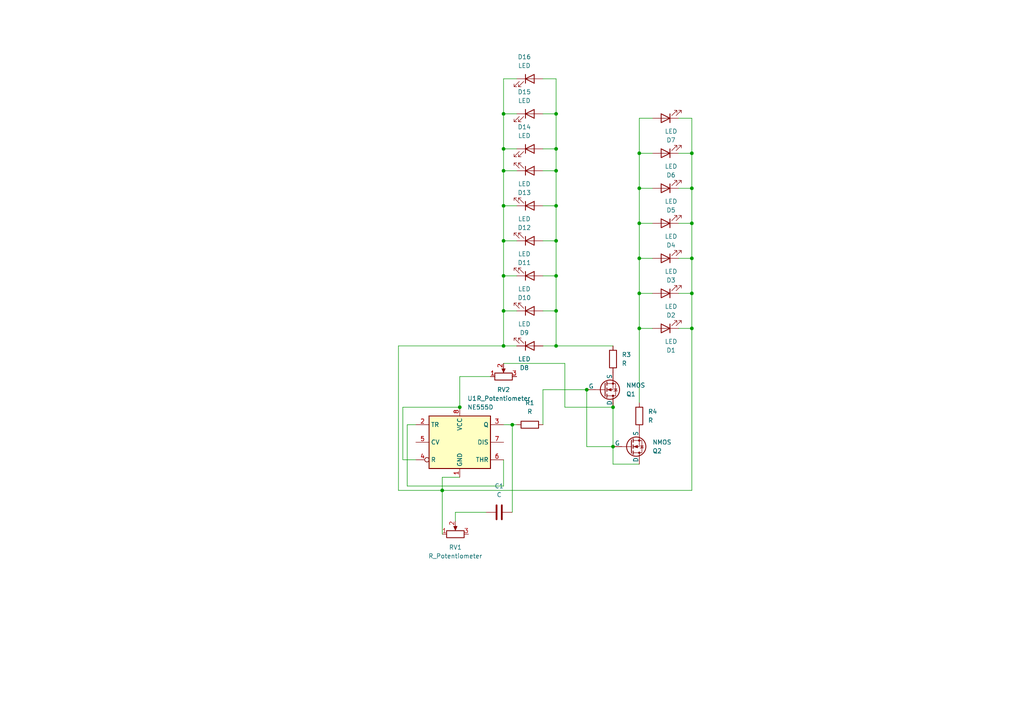
<source format=kicad_sch>
(kicad_sch (version 20230121) (generator eeschema)

  (uuid 7df09dd3-770b-4fea-902e-734988709198)

  (paper "A4")

  (lib_symbols
    (symbol "Device:C" (pin_numbers hide) (pin_names (offset 0.254)) (in_bom yes) (on_board yes)
      (property "Reference" "C" (at 0.635 2.54 0)
        (effects (font (size 1.27 1.27)) (justify left))
      )
      (property "Value" "C" (at 0.635 -2.54 0)
        (effects (font (size 1.27 1.27)) (justify left))
      )
      (property "Footprint" "" (at 0.9652 -3.81 0)
        (effects (font (size 1.27 1.27)) hide)
      )
      (property "Datasheet" "~" (at 0 0 0)
        (effects (font (size 1.27 1.27)) hide)
      )
      (property "ki_keywords" "cap capacitor" (at 0 0 0)
        (effects (font (size 1.27 1.27)) hide)
      )
      (property "ki_description" "Unpolarized capacitor" (at 0 0 0)
        (effects (font (size 1.27 1.27)) hide)
      )
      (property "ki_fp_filters" "C_*" (at 0 0 0)
        (effects (font (size 1.27 1.27)) hide)
      )
      (symbol "C_0_1"
        (polyline
          (pts
            (xy -2.032 -0.762)
            (xy 2.032 -0.762)
          )
          (stroke (width 0.508) (type default))
          (fill (type none))
        )
        (polyline
          (pts
            (xy -2.032 0.762)
            (xy 2.032 0.762)
          )
          (stroke (width 0.508) (type default))
          (fill (type none))
        )
      )
      (symbol "C_1_1"
        (pin passive line (at 0 3.81 270) (length 2.794)
          (name "~" (effects (font (size 1.27 1.27))))
          (number "1" (effects (font (size 1.27 1.27))))
        )
        (pin passive line (at 0 -3.81 90) (length 2.794)
          (name "~" (effects (font (size 1.27 1.27))))
          (number "2" (effects (font (size 1.27 1.27))))
        )
      )
    )
    (symbol "Device:LED" (pin_numbers hide) (pin_names (offset 1.016) hide) (in_bom yes) (on_board yes)
      (property "Reference" "D" (at 0 2.54 0)
        (effects (font (size 1.27 1.27)))
      )
      (property "Value" "LED" (at 0 -2.54 0)
        (effects (font (size 1.27 1.27)))
      )
      (property "Footprint" "" (at 0 0 0)
        (effects (font (size 1.27 1.27)) hide)
      )
      (property "Datasheet" "~" (at 0 0 0)
        (effects (font (size 1.27 1.27)) hide)
      )
      (property "ki_keywords" "LED diode" (at 0 0 0)
        (effects (font (size 1.27 1.27)) hide)
      )
      (property "ki_description" "Light emitting diode" (at 0 0 0)
        (effects (font (size 1.27 1.27)) hide)
      )
      (property "ki_fp_filters" "LED* LED_SMD:* LED_THT:*" (at 0 0 0)
        (effects (font (size 1.27 1.27)) hide)
      )
      (symbol "LED_0_1"
        (polyline
          (pts
            (xy -1.27 -1.27)
            (xy -1.27 1.27)
          )
          (stroke (width 0.254) (type default))
          (fill (type none))
        )
        (polyline
          (pts
            (xy -1.27 0)
            (xy 1.27 0)
          )
          (stroke (width 0) (type default))
          (fill (type none))
        )
        (polyline
          (pts
            (xy 1.27 -1.27)
            (xy 1.27 1.27)
            (xy -1.27 0)
            (xy 1.27 -1.27)
          )
          (stroke (width 0.254) (type default))
          (fill (type none))
        )
        (polyline
          (pts
            (xy -3.048 -0.762)
            (xy -4.572 -2.286)
            (xy -3.81 -2.286)
            (xy -4.572 -2.286)
            (xy -4.572 -1.524)
          )
          (stroke (width 0) (type default))
          (fill (type none))
        )
        (polyline
          (pts
            (xy -1.778 -0.762)
            (xy -3.302 -2.286)
            (xy -2.54 -2.286)
            (xy -3.302 -2.286)
            (xy -3.302 -1.524)
          )
          (stroke (width 0) (type default))
          (fill (type none))
        )
      )
      (symbol "LED_1_1"
        (pin passive line (at -3.81 0 0) (length 2.54)
          (name "K" (effects (font (size 1.27 1.27))))
          (number "1" (effects (font (size 1.27 1.27))))
        )
        (pin passive line (at 3.81 0 180) (length 2.54)
          (name "A" (effects (font (size 1.27 1.27))))
          (number "2" (effects (font (size 1.27 1.27))))
        )
      )
    )
    (symbol "Device:R" (pin_numbers hide) (pin_names (offset 0)) (in_bom yes) (on_board yes)
      (property "Reference" "R" (at 2.032 0 90)
        (effects (font (size 1.27 1.27)))
      )
      (property "Value" "R" (at 0 0 90)
        (effects (font (size 1.27 1.27)))
      )
      (property "Footprint" "" (at -1.778 0 90)
        (effects (font (size 1.27 1.27)) hide)
      )
      (property "Datasheet" "~" (at 0 0 0)
        (effects (font (size 1.27 1.27)) hide)
      )
      (property "ki_keywords" "R res resistor" (at 0 0 0)
        (effects (font (size 1.27 1.27)) hide)
      )
      (property "ki_description" "Resistor" (at 0 0 0)
        (effects (font (size 1.27 1.27)) hide)
      )
      (property "ki_fp_filters" "R_*" (at 0 0 0)
        (effects (font (size 1.27 1.27)) hide)
      )
      (symbol "R_0_1"
        (rectangle (start -1.016 -2.54) (end 1.016 2.54)
          (stroke (width 0.254) (type default))
          (fill (type none))
        )
      )
      (symbol "R_1_1"
        (pin passive line (at 0 3.81 270) (length 1.27)
          (name "~" (effects (font (size 1.27 1.27))))
          (number "1" (effects (font (size 1.27 1.27))))
        )
        (pin passive line (at 0 -3.81 90) (length 1.27)
          (name "~" (effects (font (size 1.27 1.27))))
          (number "2" (effects (font (size 1.27 1.27))))
        )
      )
    )
    (symbol "Device:R_Potentiometer" (pin_names (offset 1.016) hide) (in_bom yes) (on_board yes)
      (property "Reference" "RV" (at -4.445 0 90)
        (effects (font (size 1.27 1.27)))
      )
      (property "Value" "R_Potentiometer" (at -2.54 0 90)
        (effects (font (size 1.27 1.27)))
      )
      (property "Footprint" "" (at 0 0 0)
        (effects (font (size 1.27 1.27)) hide)
      )
      (property "Datasheet" "~" (at 0 0 0)
        (effects (font (size 1.27 1.27)) hide)
      )
      (property "ki_keywords" "resistor variable" (at 0 0 0)
        (effects (font (size 1.27 1.27)) hide)
      )
      (property "ki_description" "Potentiometer" (at 0 0 0)
        (effects (font (size 1.27 1.27)) hide)
      )
      (property "ki_fp_filters" "Potentiometer*" (at 0 0 0)
        (effects (font (size 1.27 1.27)) hide)
      )
      (symbol "R_Potentiometer_0_1"
        (polyline
          (pts
            (xy 2.54 0)
            (xy 1.524 0)
          )
          (stroke (width 0) (type default))
          (fill (type none))
        )
        (polyline
          (pts
            (xy 1.143 0)
            (xy 2.286 0.508)
            (xy 2.286 -0.508)
            (xy 1.143 0)
          )
          (stroke (width 0) (type default))
          (fill (type outline))
        )
        (rectangle (start 1.016 2.54) (end -1.016 -2.54)
          (stroke (width 0.254) (type default))
          (fill (type none))
        )
      )
      (symbol "R_Potentiometer_1_1"
        (pin passive line (at 0 3.81 270) (length 1.27)
          (name "1" (effects (font (size 1.27 1.27))))
          (number "1" (effects (font (size 1.27 1.27))))
        )
        (pin passive line (at 3.81 0 180) (length 1.27)
          (name "2" (effects (font (size 1.27 1.27))))
          (number "2" (effects (font (size 1.27 1.27))))
        )
        (pin passive line (at 0 -3.81 90) (length 1.27)
          (name "3" (effects (font (size 1.27 1.27))))
          (number "3" (effects (font (size 1.27 1.27))))
        )
      )
    )
    (symbol "Simulation_SPICE:NMOS" (pin_numbers hide) (pin_names (offset 0)) (in_bom yes) (on_board yes)
      (property "Reference" "Q" (at 5.08 1.27 0)
        (effects (font (size 1.27 1.27)) (justify left))
      )
      (property "Value" "NMOS" (at 5.08 -1.27 0)
        (effects (font (size 1.27 1.27)) (justify left))
      )
      (property "Footprint" "" (at 5.08 2.54 0)
        (effects (font (size 1.27 1.27)) hide)
      )
      (property "Datasheet" "https://ngspice.sourceforge.io/docs/ngspice-manual.pdf" (at 0 -12.7 0)
        (effects (font (size 1.27 1.27)) hide)
      )
      (property "Sim.Device" "NMOS" (at 0 -17.145 0)
        (effects (font (size 1.27 1.27)) hide)
      )
      (property "Sim.Type" "VDMOS" (at 0 -19.05 0)
        (effects (font (size 1.27 1.27)) hide)
      )
      (property "Sim.Pins" "1=D 2=G 3=S" (at 0 -15.24 0)
        (effects (font (size 1.27 1.27)) hide)
      )
      (property "ki_keywords" "transistor NMOS N-MOS N-MOSFET simulation" (at 0 0 0)
        (effects (font (size 1.27 1.27)) hide)
      )
      (property "ki_description" "N-MOSFET transistor, drain/source/gate" (at 0 0 0)
        (effects (font (size 1.27 1.27)) hide)
      )
      (symbol "NMOS_0_1"
        (polyline
          (pts
            (xy 0.254 0)
            (xy -2.54 0)
          )
          (stroke (width 0) (type default))
          (fill (type none))
        )
        (polyline
          (pts
            (xy 0.254 1.905)
            (xy 0.254 -1.905)
          )
          (stroke (width 0.254) (type default))
          (fill (type none))
        )
        (polyline
          (pts
            (xy 0.762 -1.27)
            (xy 0.762 -2.286)
          )
          (stroke (width 0.254) (type default))
          (fill (type none))
        )
        (polyline
          (pts
            (xy 0.762 0.508)
            (xy 0.762 -0.508)
          )
          (stroke (width 0.254) (type default))
          (fill (type none))
        )
        (polyline
          (pts
            (xy 0.762 2.286)
            (xy 0.762 1.27)
          )
          (stroke (width 0.254) (type default))
          (fill (type none))
        )
        (polyline
          (pts
            (xy 2.54 2.54)
            (xy 2.54 1.778)
          )
          (stroke (width 0) (type default))
          (fill (type none))
        )
        (polyline
          (pts
            (xy 2.54 -2.54)
            (xy 2.54 0)
            (xy 0.762 0)
          )
          (stroke (width 0) (type default))
          (fill (type none))
        )
        (polyline
          (pts
            (xy 0.762 -1.778)
            (xy 3.302 -1.778)
            (xy 3.302 1.778)
            (xy 0.762 1.778)
          )
          (stroke (width 0) (type default))
          (fill (type none))
        )
        (polyline
          (pts
            (xy 1.016 0)
            (xy 2.032 0.381)
            (xy 2.032 -0.381)
            (xy 1.016 0)
          )
          (stroke (width 0) (type default))
          (fill (type outline))
        )
        (polyline
          (pts
            (xy 2.794 0.508)
            (xy 2.921 0.381)
            (xy 3.683 0.381)
            (xy 3.81 0.254)
          )
          (stroke (width 0) (type default))
          (fill (type none))
        )
        (polyline
          (pts
            (xy 3.302 0.381)
            (xy 2.921 -0.254)
            (xy 3.683 -0.254)
            (xy 3.302 0.381)
          )
          (stroke (width 0) (type default))
          (fill (type none))
        )
        (circle (center 1.651 0) (radius 2.794)
          (stroke (width 0.254) (type default))
          (fill (type none))
        )
        (circle (center 2.54 -1.778) (radius 0.254)
          (stroke (width 0) (type default))
          (fill (type outline))
        )
        (circle (center 2.54 1.778) (radius 0.254)
          (stroke (width 0) (type default))
          (fill (type outline))
        )
      )
      (symbol "NMOS_1_1"
        (pin passive line (at 2.54 5.08 270) (length 2.54)
          (name "D" (effects (font (size 1.27 1.27))))
          (number "1" (effects (font (size 1.27 1.27))))
        )
        (pin input line (at -5.08 0 0) (length 2.54)
          (name "G" (effects (font (size 1.27 1.27))))
          (number "2" (effects (font (size 1.27 1.27))))
        )
        (pin passive line (at 2.54 -5.08 90) (length 2.54)
          (name "S" (effects (font (size 1.27 1.27))))
          (number "3" (effects (font (size 1.27 1.27))))
        )
      )
    )
    (symbol "Timer:NE555D" (in_bom yes) (on_board yes)
      (property "Reference" "U" (at -10.16 8.89 0)
        (effects (font (size 1.27 1.27)) (justify left))
      )
      (property "Value" "NE555D" (at 2.54 8.89 0)
        (effects (font (size 1.27 1.27)) (justify left))
      )
      (property "Footprint" "Package_SO:SOIC-8_3.9x4.9mm_P1.27mm" (at 21.59 -10.16 0)
        (effects (font (size 1.27 1.27)) hide)
      )
      (property "Datasheet" "http://www.ti.com/lit/ds/symlink/ne555.pdf" (at 21.59 -10.16 0)
        (effects (font (size 1.27 1.27)) hide)
      )
      (property "ki_keywords" "single timer 555" (at 0 0 0)
        (effects (font (size 1.27 1.27)) hide)
      )
      (property "ki_description" "Precision Timers, 555 compatible, SOIC-8" (at 0 0 0)
        (effects (font (size 1.27 1.27)) hide)
      )
      (property "ki_fp_filters" "SOIC*3.9x4.9mm*P1.27mm*" (at 0 0 0)
        (effects (font (size 1.27 1.27)) hide)
      )
      (symbol "NE555D_0_0"
        (pin power_in line (at 0 -10.16 90) (length 2.54)
          (name "GND" (effects (font (size 1.27 1.27))))
          (number "1" (effects (font (size 1.27 1.27))))
        )
        (pin power_in line (at 0 10.16 270) (length 2.54)
          (name "VCC" (effects (font (size 1.27 1.27))))
          (number "8" (effects (font (size 1.27 1.27))))
        )
      )
      (symbol "NE555D_0_1"
        (rectangle (start -8.89 -7.62) (end 8.89 7.62)
          (stroke (width 0.254) (type default))
          (fill (type background))
        )
        (rectangle (start -8.89 -7.62) (end 8.89 7.62)
          (stroke (width 0.254) (type default))
          (fill (type background))
        )
      )
      (symbol "NE555D_1_1"
        (pin input line (at -12.7 5.08 0) (length 3.81)
          (name "TR" (effects (font (size 1.27 1.27))))
          (number "2" (effects (font (size 1.27 1.27))))
        )
        (pin output line (at 12.7 5.08 180) (length 3.81)
          (name "Q" (effects (font (size 1.27 1.27))))
          (number "3" (effects (font (size 1.27 1.27))))
        )
        (pin input inverted (at -12.7 -5.08 0) (length 3.81)
          (name "R" (effects (font (size 1.27 1.27))))
          (number "4" (effects (font (size 1.27 1.27))))
        )
        (pin input line (at -12.7 0 0) (length 3.81)
          (name "CV" (effects (font (size 1.27 1.27))))
          (number "5" (effects (font (size 1.27 1.27))))
        )
        (pin input line (at 12.7 -5.08 180) (length 3.81)
          (name "THR" (effects (font (size 1.27 1.27))))
          (number "6" (effects (font (size 1.27 1.27))))
        )
        (pin input line (at 12.7 0 180) (length 3.81)
          (name "DIS" (effects (font (size 1.27 1.27))))
          (number "7" (effects (font (size 1.27 1.27))))
        )
      )
    )
  )

  (junction (at 200.66 74.93) (diameter 0) (color 0 0 0 0)
    (uuid 08d6e438-0550-417b-8f20-25c0006cec94)
  )
  (junction (at 161.29 49.53) (diameter 0) (color 0 0 0 0)
    (uuid 16923c5f-24a6-4960-8bd7-5460e10d3a3f)
  )
  (junction (at 200.66 95.25) (diameter 0) (color 0 0 0 0)
    (uuid 20d5d8eb-fbdb-4d72-bb2c-49278453b228)
  )
  (junction (at 170.18 113.03) (diameter 0) (color 0 0 0 0)
    (uuid 3a1ad5af-39a2-4cf3-8be2-2b9899f26aa5)
  )
  (junction (at 161.29 59.69) (diameter 0) (color 0 0 0 0)
    (uuid 3b061ad3-1cfc-45a0-a846-c90740a73c3f)
  )
  (junction (at 146.05 100.33) (diameter 0) (color 0 0 0 0)
    (uuid 3d2b1a4d-3363-4eed-92d2-04f32bf5ae5d)
  )
  (junction (at 146.05 33.02) (diameter 0) (color 0 0 0 0)
    (uuid 4a3c654c-4874-47ee-930b-9ecba300881b)
  )
  (junction (at 185.42 74.93) (diameter 0) (color 0 0 0 0)
    (uuid 52f08a26-2d82-4cf3-9623-7384bbd58a3b)
  )
  (junction (at 185.42 44.45) (diameter 0) (color 0 0 0 0)
    (uuid 6a1cd00c-adb7-4be3-954b-2130c1cb0f91)
  )
  (junction (at 128.27 142.24) (diameter 0) (color 0 0 0 0)
    (uuid 6f328a65-b53c-4a90-967d-47cea6e84b6c)
  )
  (junction (at 161.29 100.33) (diameter 0) (color 0 0 0 0)
    (uuid 73acc05b-6e09-403b-bb0e-73d3b90a0a22)
  )
  (junction (at 146.05 90.17) (diameter 0) (color 0 0 0 0)
    (uuid 744bd585-0b92-43a4-b342-ca3699ac25b8)
  )
  (junction (at 185.42 54.61) (diameter 0) (color 0 0 0 0)
    (uuid 76b27ae6-4216-4e45-908a-1a7189e501c2)
  )
  (junction (at 148.59 123.19) (diameter 0) (color 0 0 0 0)
    (uuid 7aef9b6e-75db-4554-9b82-f7395ba715f0)
  )
  (junction (at 161.29 90.17) (diameter 0) (color 0 0 0 0)
    (uuid 7bb741be-59eb-46d2-88ea-31ae3f102da2)
  )
  (junction (at 133.35 118.11) (diameter 0) (color 0 0 0 0)
    (uuid 88021dba-9ea7-4f1a-9431-40a06805956d)
  )
  (junction (at 185.42 95.25) (diameter 0) (color 0 0 0 0)
    (uuid 92360c2f-c2d9-44a5-8b92-8b6df380e516)
  )
  (junction (at 185.42 85.09) (diameter 0) (color 0 0 0 0)
    (uuid 9a8c32d8-e0a4-48c5-a940-33c70cc0ea7b)
  )
  (junction (at 146.05 49.53) (diameter 0) (color 0 0 0 0)
    (uuid a83648b0-a48c-4534-87b7-b55d3a7006bf)
  )
  (junction (at 200.66 85.09) (diameter 0) (color 0 0 0 0)
    (uuid ad4b3c38-1064-4d27-9e59-dc7459ddc473)
  )
  (junction (at 161.29 80.01) (diameter 0) (color 0 0 0 0)
    (uuid b46db020-e859-4da1-9a14-d31fb5f9cc77)
  )
  (junction (at 146.05 69.85) (diameter 0) (color 0 0 0 0)
    (uuid c2400bc8-1b5d-4bca-aae4-05150abd68b1)
  )
  (junction (at 161.29 33.02) (diameter 0) (color 0 0 0 0)
    (uuid c36ea740-3de3-4b05-9b19-8c20419909e2)
  )
  (junction (at 146.05 59.69) (diameter 0) (color 0 0 0 0)
    (uuid c7d8aa12-e439-4834-b9d7-2957c1f71cb2)
  )
  (junction (at 200.66 44.45) (diameter 0) (color 0 0 0 0)
    (uuid c80ca23e-1ee7-4f77-aed3-44ce11175e1d)
  )
  (junction (at 200.66 54.61) (diameter 0) (color 0 0 0 0)
    (uuid c88b834f-10a2-4858-86af-2eab7cce2ecd)
  )
  (junction (at 177.8 129.54) (diameter 0) (color 0 0 0 0)
    (uuid ccc52405-65a1-41ff-9bf2-4525815841c3)
  )
  (junction (at 161.29 43.18) (diameter 0) (color 0 0 0 0)
    (uuid da022b7e-42f8-4060-9972-135ea2345d12)
  )
  (junction (at 177.8 118.11) (diameter 0) (color 0 0 0 0)
    (uuid e451777a-4f4a-435f-813e-992593b63d89)
  )
  (junction (at 185.42 64.77) (diameter 0) (color 0 0 0 0)
    (uuid e934142c-08ce-4f46-a918-68dfd2274645)
  )
  (junction (at 146.05 80.01) (diameter 0) (color 0 0 0 0)
    (uuid e9d86b9d-478d-471b-ab38-06b29db16c9f)
  )
  (junction (at 146.05 43.18) (diameter 0) (color 0 0 0 0)
    (uuid ee92c04d-de51-4136-a323-1ae0f6030f6e)
  )
  (junction (at 200.66 64.77) (diameter 0) (color 0 0 0 0)
    (uuid f177f062-9aba-4435-8aa5-557d5847f46c)
  )
  (junction (at 161.29 69.85) (diameter 0) (color 0 0 0 0)
    (uuid f287df2a-040a-4dbe-80b5-c3eb7c143719)
  )

  (wire (pts (xy 189.23 95.25) (xy 185.42 95.25))
    (stroke (width 0) (type default))
    (uuid 0110ca7c-231a-40ba-b4e2-aa61903ac8e6)
  )
  (wire (pts (xy 200.66 85.09) (xy 196.85 85.09))
    (stroke (width 0) (type default))
    (uuid 04cfc4ec-2422-495f-a2e9-5ca1d6fb796c)
  )
  (wire (pts (xy 146.05 59.69) (xy 146.05 49.53))
    (stroke (width 0) (type default))
    (uuid 0753d7e1-7699-40e7-be5b-c5e131fedad2)
  )
  (wire (pts (xy 115.57 142.24) (xy 128.27 142.24))
    (stroke (width 0) (type default))
    (uuid 084c1f66-382d-4e0b-a236-6423992b8f1e)
  )
  (wire (pts (xy 146.05 43.18) (xy 149.86 43.18))
    (stroke (width 0) (type default))
    (uuid 0bacfb68-a319-4a66-b4fb-499f7d8b603a)
  )
  (wire (pts (xy 146.05 80.01) (xy 146.05 90.17))
    (stroke (width 0) (type default))
    (uuid 0ddfd78d-ebb7-43af-9df8-3843f4747916)
  )
  (wire (pts (xy 161.29 43.18) (xy 157.48 43.18))
    (stroke (width 0) (type default))
    (uuid 0ef983eb-276d-43b1-9fbb-1b624dae17fd)
  )
  (wire (pts (xy 200.66 64.77) (xy 200.66 54.61))
    (stroke (width 0) (type default))
    (uuid 11fa62be-e89c-42bb-932f-73deb6fb8019)
  )
  (wire (pts (xy 146.05 80.01) (xy 146.05 69.85))
    (stroke (width 0) (type default))
    (uuid 172915b8-6f98-43ab-828f-d3c5288ec1fb)
  )
  (wire (pts (xy 161.29 49.53) (xy 157.48 49.53))
    (stroke (width 0) (type default))
    (uuid 175fa580-860d-4691-8d85-67893466842d)
  )
  (wire (pts (xy 200.66 54.61) (xy 200.66 44.45))
    (stroke (width 0) (type default))
    (uuid 18c6ce5c-99fd-431b-a951-1b6c9c6abdc9)
  )
  (wire (pts (xy 161.29 80.01) (xy 161.29 69.85))
    (stroke (width 0) (type default))
    (uuid 1c9d5132-c1a9-46da-be53-27b00b04e085)
  )
  (wire (pts (xy 146.05 133.35) (xy 146.05 140.97))
    (stroke (width 0) (type default))
    (uuid 1d8a4da9-2fb7-4b6a-beb5-88f05f5ecb86)
  )
  (wire (pts (xy 200.66 74.93) (xy 196.85 74.93))
    (stroke (width 0) (type default))
    (uuid 1de99781-882f-4f90-81ff-c4edbee254db)
  )
  (wire (pts (xy 163.83 118.11) (xy 177.8 118.11))
    (stroke (width 0) (type default))
    (uuid 1f192421-bead-4e46-afac-eb328cdc7a08)
  )
  (wire (pts (xy 200.66 95.25) (xy 200.66 142.24))
    (stroke (width 0) (type default))
    (uuid 21fbd086-18c4-47d8-aabb-c0e91e00b3dd)
  )
  (wire (pts (xy 157.48 100.33) (xy 161.29 100.33))
    (stroke (width 0) (type default))
    (uuid 23bf8e48-f6d9-47e2-91b2-82b009601d02)
  )
  (wire (pts (xy 185.42 134.62) (xy 177.8 134.62))
    (stroke (width 0) (type default))
    (uuid 2464d032-2304-4e10-9049-5e8bde42519d)
  )
  (wire (pts (xy 185.42 74.93) (xy 189.23 74.93))
    (stroke (width 0) (type default))
    (uuid 25f7245b-0def-4976-af47-0743c851d374)
  )
  (wire (pts (xy 146.05 100.33) (xy 149.86 100.33))
    (stroke (width 0) (type default))
    (uuid 26f1e06b-b105-4b28-9ac6-10c508d7b67f)
  )
  (wire (pts (xy 128.27 154.94) (xy 128.27 142.24))
    (stroke (width 0) (type default))
    (uuid 27df6004-d4e5-4d86-b4d8-9bca34f7e83e)
  )
  (wire (pts (xy 200.66 54.61) (xy 196.85 54.61))
    (stroke (width 0) (type default))
    (uuid 2a250b70-5c67-4c9b-ba4d-188fc68031cc)
  )
  (wire (pts (xy 200.66 142.24) (xy 128.27 142.24))
    (stroke (width 0) (type default))
    (uuid 2b122829-344b-4633-8f52-56c06da9bd2b)
  )
  (wire (pts (xy 157.48 59.69) (xy 161.29 59.69))
    (stroke (width 0) (type default))
    (uuid 2f9783bc-0091-4d47-a7f9-278632c851e3)
  )
  (wire (pts (xy 128.27 138.43) (xy 133.35 138.43))
    (stroke (width 0) (type default))
    (uuid 38bd849c-566c-4bfd-9d66-a1a3bbf1b763)
  )
  (wire (pts (xy 146.05 90.17) (xy 146.05 100.33))
    (stroke (width 0) (type default))
    (uuid 444946cf-7315-402d-beee-a117d9ef5735)
  )
  (wire (pts (xy 146.05 22.86) (xy 146.05 33.02))
    (stroke (width 0) (type default))
    (uuid 45934d97-4fdf-4e5e-b1d7-87a1196c87fb)
  )
  (wire (pts (xy 146.05 69.85) (xy 149.86 69.85))
    (stroke (width 0) (type default))
    (uuid 47ea088b-9188-4ffd-934c-4572d45cb81f)
  )
  (wire (pts (xy 146.05 33.02) (xy 146.05 43.18))
    (stroke (width 0) (type default))
    (uuid 48f967a2-61c4-451e-8a32-206a96122315)
  )
  (wire (pts (xy 189.23 54.61) (xy 185.42 54.61))
    (stroke (width 0) (type default))
    (uuid 5078e1ef-ffee-4d27-a30a-3007707eb6f0)
  )
  (wire (pts (xy 146.05 123.19) (xy 148.59 123.19))
    (stroke (width 0) (type default))
    (uuid 55e15a0a-f501-4ed6-b73d-8849f16756d9)
  )
  (wire (pts (xy 161.29 43.18) (xy 161.29 49.53))
    (stroke (width 0) (type default))
    (uuid 5a3a9375-691f-44e7-af4f-bd4478cd7591)
  )
  (wire (pts (xy 115.57 100.33) (xy 115.57 142.24))
    (stroke (width 0) (type default))
    (uuid 5eaaad64-39f5-41af-9c0d-d0d139cb8497)
  )
  (wire (pts (xy 116.84 118.11) (xy 133.35 118.11))
    (stroke (width 0) (type default))
    (uuid 5f4227e0-13af-4cbc-bd24-852ecc556748)
  )
  (wire (pts (xy 128.27 142.24) (xy 128.27 138.43))
    (stroke (width 0) (type default))
    (uuid 639a2db9-bcbc-464a-8da4-c1e5214da544)
  )
  (wire (pts (xy 189.23 85.09) (xy 185.42 85.09))
    (stroke (width 0) (type default))
    (uuid 64beec83-957e-4468-8063-eaf3a9179a35)
  )
  (wire (pts (xy 142.24 109.22) (xy 133.35 109.22))
    (stroke (width 0) (type default))
    (uuid 7685e361-7fe7-4ab7-a21e-ac7beb9e9a13)
  )
  (wire (pts (xy 118.11 140.97) (xy 118.11 123.19))
    (stroke (width 0) (type default))
    (uuid 76dc1eaa-d7c7-401e-8037-bcbaae5bb2f5)
  )
  (wire (pts (xy 200.66 34.29) (xy 200.66 44.45))
    (stroke (width 0) (type default))
    (uuid 78b5f922-8312-4e17-a191-e80c2bac27c5)
  )
  (wire (pts (xy 146.05 80.01) (xy 149.86 80.01))
    (stroke (width 0) (type default))
    (uuid 7c45f09f-ebdb-4b0f-a7a7-2a4ada0ce5e5)
  )
  (wire (pts (xy 118.11 123.19) (xy 120.65 123.19))
    (stroke (width 0) (type default))
    (uuid 7cfccc00-8e02-4067-8624-2f6531cdb2bd)
  )
  (wire (pts (xy 200.66 44.45) (xy 196.85 44.45))
    (stroke (width 0) (type default))
    (uuid 7ec37c96-e65f-4276-b169-499fbb3fd073)
  )
  (wire (pts (xy 148.59 123.19) (xy 148.59 148.59))
    (stroke (width 0) (type default))
    (uuid 7f591e75-5b84-4d61-a547-5da3abee1323)
  )
  (wire (pts (xy 161.29 22.86) (xy 161.29 33.02))
    (stroke (width 0) (type default))
    (uuid 8128f6ca-dcfb-4fb0-a01e-809a72c06721)
  )
  (wire (pts (xy 146.05 33.02) (xy 149.86 33.02))
    (stroke (width 0) (type default))
    (uuid 82adacda-de0b-4ece-aecf-70d37dc7bf2d)
  )
  (wire (pts (xy 185.42 95.25) (xy 185.42 116.84))
    (stroke (width 0) (type default))
    (uuid 84b605f3-e259-4bd3-b80a-00854019b32a)
  )
  (wire (pts (xy 163.83 105.41) (xy 163.83 118.11))
    (stroke (width 0) (type default))
    (uuid 89890ebf-78b3-4f45-87a8-256b10672ef7)
  )
  (wire (pts (xy 146.05 69.85) (xy 146.05 59.69))
    (stroke (width 0) (type default))
    (uuid 8af2e530-2a40-4a83-90fc-8cef82293f2f)
  )
  (wire (pts (xy 157.48 123.19) (xy 157.48 113.03))
    (stroke (width 0) (type default))
    (uuid 8d9c796c-5a15-47c6-833a-997d14b8088b)
  )
  (wire (pts (xy 161.29 100.33) (xy 177.8 100.33))
    (stroke (width 0) (type default))
    (uuid 9139d370-3267-4cb9-a4bd-4fdab227db35)
  )
  (wire (pts (xy 185.42 85.09) (xy 185.42 74.93))
    (stroke (width 0) (type default))
    (uuid 918756d5-7627-4ff7-9dc6-db5fda155f5d)
  )
  (wire (pts (xy 161.29 80.01) (xy 157.48 80.01))
    (stroke (width 0) (type default))
    (uuid 9ca77912-7ea7-4984-b702-a9a6b87a6d4c)
  )
  (wire (pts (xy 185.42 64.77) (xy 185.42 54.61))
    (stroke (width 0) (type default))
    (uuid 9cd4f66a-429e-4347-acbf-60a30e2beb73)
  )
  (wire (pts (xy 189.23 34.29) (xy 185.42 34.29))
    (stroke (width 0) (type default))
    (uuid 9f6f399b-e82f-4d10-b2ea-bd654a30a26a)
  )
  (wire (pts (xy 132.08 151.13) (xy 132.08 148.59))
    (stroke (width 0) (type default))
    (uuid 9fc6063a-b268-47bf-a83a-7d8c8d33c72b)
  )
  (wire (pts (xy 189.23 64.77) (xy 185.42 64.77))
    (stroke (width 0) (type default))
    (uuid a1571290-3352-4589-89f2-98f5a2906480)
  )
  (wire (pts (xy 146.05 22.86) (xy 149.86 22.86))
    (stroke (width 0) (type default))
    (uuid a15781d6-0330-4016-ae71-393873de6472)
  )
  (wire (pts (xy 185.42 64.77) (xy 185.42 74.93))
    (stroke (width 0) (type default))
    (uuid a88fb9b5-6f34-4996-bf70-1d5acd8d73e8)
  )
  (wire (pts (xy 157.48 33.02) (xy 161.29 33.02))
    (stroke (width 0) (type default))
    (uuid aa183ceb-aca9-466d-88e4-d01ee0236896)
  )
  (wire (pts (xy 170.18 113.03) (xy 170.18 129.54))
    (stroke (width 0) (type default))
    (uuid b0fbfbad-b66a-40ff-bcb8-fcd1fd0c0d74)
  )
  (wire (pts (xy 161.29 90.17) (xy 161.29 100.33))
    (stroke (width 0) (type default))
    (uuid b139dce2-4e6a-42d5-8493-505b183dbd02)
  )
  (wire (pts (xy 146.05 49.53) (xy 149.86 49.53))
    (stroke (width 0) (type default))
    (uuid b3c1e338-706f-4e1c-bcbc-45eb032aa35b)
  )
  (wire (pts (xy 177.8 116.84) (xy 177.8 118.11))
    (stroke (width 0) (type default))
    (uuid b482f8ce-82cc-41d2-bcb9-9bee87012bc3)
  )
  (wire (pts (xy 185.42 54.61) (xy 185.42 44.45))
    (stroke (width 0) (type default))
    (uuid b49c3ce1-1486-4453-8902-9428e81b0fc6)
  )
  (wire (pts (xy 148.59 123.19) (xy 149.86 123.19))
    (stroke (width 0) (type default))
    (uuid b52e0d9e-c8ed-40c4-b2e1-a0924751149e)
  )
  (wire (pts (xy 177.8 118.11) (xy 177.8 129.54))
    (stroke (width 0) (type default))
    (uuid b558533b-6a72-4981-b8b6-d4ba110d0d7b)
  )
  (wire (pts (xy 161.29 69.85) (xy 161.29 59.69))
    (stroke (width 0) (type default))
    (uuid b6f241b3-2dae-493d-a7c6-94cbeb1351f1)
  )
  (wire (pts (xy 116.84 133.35) (xy 116.84 118.11))
    (stroke (width 0) (type default))
    (uuid b7602052-7221-4000-889d-d7ae219036c6)
  )
  (wire (pts (xy 146.05 100.33) (xy 115.57 100.33))
    (stroke (width 0) (type default))
    (uuid b764a776-69fd-477f-8e98-d94d24f6a2a1)
  )
  (wire (pts (xy 200.66 95.25) (xy 200.66 85.09))
    (stroke (width 0) (type default))
    (uuid b79a8f22-587c-4a99-9928-5bd8da585846)
  )
  (wire (pts (xy 200.66 85.09) (xy 200.66 74.93))
    (stroke (width 0) (type default))
    (uuid bc63bb45-1da8-4627-b48a-7af86b0c6fd3)
  )
  (wire (pts (xy 146.05 59.69) (xy 149.86 59.69))
    (stroke (width 0) (type default))
    (uuid bc958db2-ea8b-4635-9b6d-ecc5de57239f)
  )
  (wire (pts (xy 161.29 33.02) (xy 161.29 43.18))
    (stroke (width 0) (type default))
    (uuid c0bde7e1-f03d-43d2-8447-cc1a5df5fb4d)
  )
  (wire (pts (xy 146.05 140.97) (xy 118.11 140.97))
    (stroke (width 0) (type default))
    (uuid c22ce6d0-e916-4c20-af65-0249bd9e8bb3)
  )
  (wire (pts (xy 157.48 113.03) (xy 170.18 113.03))
    (stroke (width 0) (type default))
    (uuid c4e3d9ed-6e2d-4322-8bdc-9571efd40421)
  )
  (wire (pts (xy 200.66 64.77) (xy 196.85 64.77))
    (stroke (width 0) (type default))
    (uuid c61ae4f4-18ef-4289-9318-3dcba03ac552)
  )
  (wire (pts (xy 196.85 34.29) (xy 200.66 34.29))
    (stroke (width 0) (type default))
    (uuid c863da81-d62e-4463-a1de-983e89fdb601)
  )
  (wire (pts (xy 177.8 134.62) (xy 177.8 129.54))
    (stroke (width 0) (type default))
    (uuid c8dd687e-3c02-4492-bd91-52c0ee2d1ca5)
  )
  (wire (pts (xy 132.08 148.59) (xy 140.97 148.59))
    (stroke (width 0) (type default))
    (uuid ca06a475-58e0-4995-b931-0de930fecbf1)
  )
  (wire (pts (xy 120.65 133.35) (xy 116.84 133.35))
    (stroke (width 0) (type default))
    (uuid cc7f3901-45fc-4015-b0b9-c8150fbb6666)
  )
  (wire (pts (xy 185.42 44.45) (xy 189.23 44.45))
    (stroke (width 0) (type default))
    (uuid cf9d0e18-ee11-4692-95a7-1870e8307813)
  )
  (wire (pts (xy 146.05 43.18) (xy 146.05 49.53))
    (stroke (width 0) (type default))
    (uuid d076bd28-9c32-4e7e-9b49-a9891d3de671)
  )
  (wire (pts (xy 161.29 59.69) (xy 161.29 49.53))
    (stroke (width 0) (type default))
    (uuid d1cfce96-cb0e-443d-a47f-dc206301ca72)
  )
  (wire (pts (xy 161.29 80.01) (xy 161.29 90.17))
    (stroke (width 0) (type default))
    (uuid d60a77ee-24fd-4bad-b578-d247ac86146f)
  )
  (wire (pts (xy 200.66 95.25) (xy 196.85 95.25))
    (stroke (width 0) (type default))
    (uuid d79cde20-bb59-414b-9271-09e808f36e75)
  )
  (wire (pts (xy 146.05 105.41) (xy 163.83 105.41))
    (stroke (width 0) (type default))
    (uuid dba06c5b-202e-45a3-9bc7-27a73fac1b39)
  )
  (wire (pts (xy 157.48 69.85) (xy 161.29 69.85))
    (stroke (width 0) (type default))
    (uuid e3f15425-c41b-4014-bd8a-adb2350fc0a6)
  )
  (wire (pts (xy 146.05 90.17) (xy 149.86 90.17))
    (stroke (width 0) (type default))
    (uuid e8e75e5a-6080-4cd5-86e2-c3e2f0259fac)
  )
  (wire (pts (xy 200.66 64.77) (xy 200.66 74.93))
    (stroke (width 0) (type default))
    (uuid ee43c754-fc7a-4600-88e1-cd79274c3fad)
  )
  (wire (pts (xy 161.29 90.17) (xy 157.48 90.17))
    (stroke (width 0) (type default))
    (uuid ef37c458-35d6-4850-aa37-0a8573d49b4a)
  )
  (wire (pts (xy 177.8 129.54) (xy 170.18 129.54))
    (stroke (width 0) (type default))
    (uuid f3927cb9-cb77-4eae-8e0d-0fdd4447bc6d)
  )
  (wire (pts (xy 133.35 109.22) (xy 133.35 118.11))
    (stroke (width 0) (type default))
    (uuid f519cdfd-f325-4479-9244-71062984926d)
  )
  (wire (pts (xy 185.42 34.29) (xy 185.42 44.45))
    (stroke (width 0) (type default))
    (uuid f59cdc4a-ceb7-40d7-a064-c17117bc63a6)
  )
  (wire (pts (xy 157.48 22.86) (xy 161.29 22.86))
    (stroke (width 0) (type default))
    (uuid f5dc2557-3841-4842-8701-d63127fa1757)
  )
  (wire (pts (xy 185.42 95.25) (xy 185.42 85.09))
    (stroke (width 0) (type default))
    (uuid f9130e5a-da37-4c1d-a03e-5108317dedff)
  )

  (symbol (lib_id "Simulation_SPICE:NMOS") (at 175.26 113.03 0) (mirror x) (unit 1)
    (in_bom yes) (on_board yes) (dnp no)
    (uuid 055741f3-9637-4e26-9330-30d95c62163d)
    (property "Reference" "Q1" (at 181.61 114.3 0)
      (effects (font (size 1.27 1.27)) (justify left))
    )
    (property "Value" "NMOS" (at 181.61 111.76 0)
      (effects (font (size 1.27 1.27)) (justify left))
    )
    (property "Footprint" "" (at 180.34 115.57 0)
      (effects (font (size 1.27 1.27)) hide)
    )
    (property "Datasheet" "https://ngspice.sourceforge.io/docs/ngspice-manual.pdf" (at 175.26 100.33 0)
      (effects (font (size 1.27 1.27)) hide)
    )
    (property "Sim.Device" "NMOS" (at 175.26 95.885 0)
      (effects (font (size 1.27 1.27)) hide)
    )
    (property "Sim.Type" "VDMOS" (at 175.26 93.98 0)
      (effects (font (size 1.27 1.27)) hide)
    )
    (property "Sim.Pins" "1=D 2=G 3=S" (at 175.26 97.79 0)
      (effects (font (size 1.27 1.27)) hide)
    )
    (pin "3" (uuid 1f976e3a-118b-44d8-9a0b-57f6143bc83b))
    (pin "1" (uuid dc65b578-5cb4-4303-8830-20458000ae15))
    (pin "2" (uuid 3257c4d2-d2af-4840-b343-1ca48f8998ec))
    (instances
      (project "CORAZON LEDS CON FADE"
        (path "/7df09dd3-770b-4fea-902e-734988709198"
          (reference "Q1") (unit 1)
        )
      )
    )
  )

  (symbol (lib_id "Device:LED") (at 153.67 43.18 0) (unit 1)
    (in_bom yes) (on_board yes) (dnp no) (fields_autoplaced)
    (uuid 0b74fb40-f2a7-48a5-b7bb-966eb31c234c)
    (property "Reference" "D14" (at 152.0825 36.83 0)
      (effects (font (size 1.27 1.27)))
    )
    (property "Value" "LED" (at 152.0825 39.37 0)
      (effects (font (size 1.27 1.27)))
    )
    (property "Footprint" "LED_THT:LED_D4.0mm" (at 153.67 43.18 0)
      (effects (font (size 1.27 1.27)) hide)
    )
    (property "Datasheet" "~" (at 153.67 43.18 0)
      (effects (font (size 1.27 1.27)) hide)
    )
    (pin "2" (uuid 754cd009-3fee-4a71-b2c6-926e058d095e))
    (pin "1" (uuid c87e4f25-71c7-4610-b3fd-982536125e69))
    (instances
      (project "CORAZON LEDS CON FADE"
        (path "/7df09dd3-770b-4fea-902e-734988709198"
          (reference "D14") (unit 1)
        )
      )
    )
  )

  (symbol (lib_id "Device:LED") (at 153.67 90.17 0) (mirror x) (unit 1)
    (in_bom yes) (on_board yes) (dnp no) (fields_autoplaced)
    (uuid 0e08bdf1-70b0-41ee-a1b8-5d21f3ec896c)
    (property "Reference" "D9" (at 152.0825 96.52 0)
      (effects (font (size 1.27 1.27)))
    )
    (property "Value" "LED" (at 152.0825 93.98 0)
      (effects (font (size 1.27 1.27)))
    )
    (property "Footprint" "LED_THT:LED_D4.0mm" (at 153.67 90.17 0)
      (effects (font (size 1.27 1.27)) hide)
    )
    (property "Datasheet" "~" (at 153.67 90.17 0)
      (effects (font (size 1.27 1.27)) hide)
    )
    (pin "2" (uuid fbb0ac15-598d-4014-b375-768fb1a409c8))
    (pin "1" (uuid b579ad28-be7d-41f5-a065-cf4ea71dd7fc))
    (instances
      (project "CORAZON LEDS CON FADE"
        (path "/7df09dd3-770b-4fea-902e-734988709198"
          (reference "D9") (unit 1)
        )
      )
    )
  )

  (symbol (lib_id "Device:LED") (at 153.67 33.02 0) (unit 1)
    (in_bom yes) (on_board yes) (dnp no) (fields_autoplaced)
    (uuid 122a174f-ae41-4495-9b95-dcc694015f41)
    (property "Reference" "D15" (at 152.0825 26.67 0)
      (effects (font (size 1.27 1.27)))
    )
    (property "Value" "LED" (at 152.0825 29.21 0)
      (effects (font (size 1.27 1.27)))
    )
    (property "Footprint" "LED_THT:LED_D4.0mm" (at 153.67 33.02 0)
      (effects (font (size 1.27 1.27)) hide)
    )
    (property "Datasheet" "~" (at 153.67 33.02 0)
      (effects (font (size 1.27 1.27)) hide)
    )
    (pin "2" (uuid 754cd009-3fee-4a71-b2c6-926e058d095f))
    (pin "1" (uuid c87e4f25-71c7-4610-b3fd-982536125e6a))
    (instances
      (project "CORAZON LEDS CON FADE"
        (path "/7df09dd3-770b-4fea-902e-734988709198"
          (reference "D15") (unit 1)
        )
      )
    )
  )

  (symbol (lib_id "Device:LED") (at 193.04 85.09 180) (unit 1)
    (in_bom yes) (on_board yes) (dnp no) (fields_autoplaced)
    (uuid 252854e6-8322-49bd-8720-a59a42de5772)
    (property "Reference" "D2" (at 194.6275 91.44 0)
      (effects (font (size 1.27 1.27)))
    )
    (property "Value" "LED" (at 194.6275 88.9 0)
      (effects (font (size 1.27 1.27)))
    )
    (property "Footprint" "LED_THT:LED_D4.0mm" (at 193.04 85.09 0)
      (effects (font (size 1.27 1.27)) hide)
    )
    (property "Datasheet" "~" (at 193.04 85.09 0)
      (effects (font (size 1.27 1.27)) hide)
    )
    (pin "2" (uuid 487c4dc4-518c-4140-b0d5-c3934a1c25cb))
    (pin "1" (uuid 5bef0fbf-c224-4d54-9092-ee1f662d1354))
    (instances
      (project "CORAZON LEDS CON FADE"
        (path "/7df09dd3-770b-4fea-902e-734988709198"
          (reference "D2") (unit 1)
        )
      )
    )
  )

  (symbol (lib_id "Device:R_Potentiometer") (at 146.05 109.22 90) (unit 1)
    (in_bom yes) (on_board yes) (dnp no) (fields_autoplaced)
    (uuid 28a22565-c8cc-4c35-a6a2-7a72c20b4bf3)
    (property "Reference" "RV2" (at 146.05 113.03 90)
      (effects (font (size 1.27 1.27)))
    )
    (property "Value" "R_Potentiometer" (at 146.05 115.57 90)
      (effects (font (size 1.27 1.27)))
    )
    (property "Footprint" "" (at 146.05 109.22 0)
      (effects (font (size 1.27 1.27)) hide)
    )
    (property "Datasheet" "~" (at 146.05 109.22 0)
      (effects (font (size 1.27 1.27)) hide)
    )
    (pin "3" (uuid 1543de8d-cf23-48c9-9316-3d2e91d11501))
    (pin "1" (uuid cb221eef-a588-407d-9611-698803e90868))
    (pin "2" (uuid c2d04007-403a-4c41-bba6-52475f930c5d))
    (instances
      (project "CORAZON LEDS CON FADE"
        (path "/7df09dd3-770b-4fea-902e-734988709198"
          (reference "RV2") (unit 1)
        )
      )
    )
  )

  (symbol (lib_id "Device:LED") (at 153.67 69.85 0) (mirror x) (unit 1)
    (in_bom yes) (on_board yes) (dnp no)
    (uuid 3a19acbf-3321-4b5e-a28c-c176308fb093)
    (property "Reference" "D11" (at 152.0825 76.2 0)
      (effects (font (size 1.27 1.27)))
    )
    (property "Value" "LED" (at 152.0825 73.66 0)
      (effects (font (size 1.27 1.27)))
    )
    (property "Footprint" "LED_THT:LED_D4.0mm" (at 153.67 69.85 0)
      (effects (font (size 1.27 1.27)) hide)
    )
    (property "Datasheet" "~" (at 153.67 69.85 0)
      (effects (font (size 1.27 1.27)) hide)
    )
    (pin "2" (uuid 77d20552-b4e2-42d0-a3a5-8a546c532d31))
    (pin "1" (uuid 3799c629-1a80-4a22-8439-5cffc3b33339))
    (instances
      (project "CORAZON LEDS CON FADE"
        (path "/7df09dd3-770b-4fea-902e-734988709198"
          (reference "D11") (unit 1)
        )
      )
    )
  )

  (symbol (lib_id "Device:LED") (at 193.04 54.61 180) (unit 1)
    (in_bom yes) (on_board yes) (dnp no) (fields_autoplaced)
    (uuid 51a87100-982f-47ce-85e3-fa710a1decd2)
    (property "Reference" "D5" (at 194.6275 60.96 0)
      (effects (font (size 1.27 1.27)))
    )
    (property "Value" "LED" (at 194.6275 58.42 0)
      (effects (font (size 1.27 1.27)))
    )
    (property "Footprint" "LED_THT:LED_D4.0mm" (at 193.04 54.61 0)
      (effects (font (size 1.27 1.27)) hide)
    )
    (property "Datasheet" "~" (at 193.04 54.61 0)
      (effects (font (size 1.27 1.27)) hide)
    )
    (pin "2" (uuid 0459887f-649d-4559-bf53-7e4f08a2cf80))
    (pin "1" (uuid 84fa18c9-9282-4aca-9f6a-da2b0f080cd6))
    (instances
      (project "CORAZON LEDS CON FADE"
        (path "/7df09dd3-770b-4fea-902e-734988709198"
          (reference "D5") (unit 1)
        )
      )
    )
  )

  (symbol (lib_id "Simulation_SPICE:NMOS") (at 182.88 129.54 0) (mirror x) (unit 1)
    (in_bom yes) (on_board yes) (dnp no)
    (uuid 5f9c33c0-b52d-4b13-b0ed-0254a49863be)
    (property "Reference" "Q2" (at 189.23 130.81 0)
      (effects (font (size 1.27 1.27)) (justify left))
    )
    (property "Value" "NMOS" (at 189.23 128.27 0)
      (effects (font (size 1.27 1.27)) (justify left))
    )
    (property "Footprint" "" (at 187.96 132.08 0)
      (effects (font (size 1.27 1.27)) hide)
    )
    (property "Datasheet" "https://ngspice.sourceforge.io/docs/ngspice-manual.pdf" (at 182.88 116.84 0)
      (effects (font (size 1.27 1.27)) hide)
    )
    (property "Sim.Device" "NMOS" (at 182.88 112.395 0)
      (effects (font (size 1.27 1.27)) hide)
    )
    (property "Sim.Type" "VDMOS" (at 182.88 110.49 0)
      (effects (font (size 1.27 1.27)) hide)
    )
    (property "Sim.Pins" "1=D 2=G 3=S" (at 182.88 114.3 0)
      (effects (font (size 1.27 1.27)) hide)
    )
    (pin "3" (uuid 1f976e3a-118b-44d8-9a0b-57f6143bc83c))
    (pin "1" (uuid dc65b578-5cb4-4303-8830-20458000ae16))
    (pin "2" (uuid 3257c4d2-d2af-4840-b343-1ca48f8998ed))
    (instances
      (project "CORAZON LEDS CON FADE"
        (path "/7df09dd3-770b-4fea-902e-734988709198"
          (reference "Q2") (unit 1)
        )
      )
    )
  )

  (symbol (lib_id "Device:LED") (at 153.67 49.53 0) (mirror x) (unit 1)
    (in_bom yes) (on_board yes) (dnp no) (fields_autoplaced)
    (uuid 6b52252c-79a5-4b9c-8715-b90bc9023ee1)
    (property "Reference" "D13" (at 152.0825 55.88 0)
      (effects (font (size 1.27 1.27)))
    )
    (property "Value" "LED" (at 152.0825 53.34 0)
      (effects (font (size 1.27 1.27)))
    )
    (property "Footprint" "LED_THT:LED_D4.0mm" (at 153.67 49.53 0)
      (effects (font (size 1.27 1.27)) hide)
    )
    (property "Datasheet" "~" (at 153.67 49.53 0)
      (effects (font (size 1.27 1.27)) hide)
    )
    (pin "2" (uuid 73b47b26-2435-4cb1-8597-60978a11e636))
    (pin "1" (uuid a0d38257-02b6-40db-ab82-06d287103a9f))
    (instances
      (project "CORAZON LEDS CON FADE"
        (path "/7df09dd3-770b-4fea-902e-734988709198"
          (reference "D13") (unit 1)
        )
      )
    )
  )

  (symbol (lib_id "Device:R_Potentiometer") (at 132.08 154.94 90) (unit 1)
    (in_bom yes) (on_board yes) (dnp no) (fields_autoplaced)
    (uuid 6e9232e1-1f0e-4027-b3ba-499619b4656b)
    (property "Reference" "RV1" (at 132.08 158.75 90)
      (effects (font (size 1.27 1.27)))
    )
    (property "Value" "R_Potentiometer" (at 132.08 161.29 90)
      (effects (font (size 1.27 1.27)))
    )
    (property "Footprint" "" (at 132.08 154.94 0)
      (effects (font (size 1.27 1.27)) hide)
    )
    (property "Datasheet" "~" (at 132.08 154.94 0)
      (effects (font (size 1.27 1.27)) hide)
    )
    (pin "3" (uuid cb383ee5-bad3-4345-8997-de65797cd289))
    (pin "2" (uuid 6b63ef49-ccdf-4134-aaad-0da6d3916a55))
    (pin "1" (uuid 978783ec-86f1-4f34-8c9d-ef5ad1f0079c))
    (instances
      (project "CORAZON LEDS CON FADE"
        (path "/7df09dd3-770b-4fea-902e-734988709198"
          (reference "RV1") (unit 1)
        )
      )
    )
  )

  (symbol (lib_id "Device:R") (at 185.42 120.65 180) (unit 1)
    (in_bom yes) (on_board yes) (dnp no) (fields_autoplaced)
    (uuid 7c16257b-a4e1-4610-9b0c-35dd66b58eef)
    (property "Reference" "R4" (at 187.96 119.38 0)
      (effects (font (size 1.27 1.27)) (justify right))
    )
    (property "Value" "R" (at 187.96 121.92 0)
      (effects (font (size 1.27 1.27)) (justify right))
    )
    (property "Footprint" "" (at 187.198 120.65 90)
      (effects (font (size 1.27 1.27)) hide)
    )
    (property "Datasheet" "~" (at 185.42 120.65 0)
      (effects (font (size 1.27 1.27)) hide)
    )
    (pin "2" (uuid a3073c9a-4a20-4cad-b604-c8e2c1b034bb))
    (pin "1" (uuid cb9c726e-c31d-4919-9ae2-4f4d90bad7f8))
    (instances
      (project "CORAZON LEDS CON FADE"
        (path "/7df09dd3-770b-4fea-902e-734988709198"
          (reference "R4") (unit 1)
        )
      )
    )
  )

  (symbol (lib_id "Device:LED") (at 153.67 22.86 0) (unit 1)
    (in_bom yes) (on_board yes) (dnp no) (fields_autoplaced)
    (uuid 80ef278d-e31b-475d-aad9-e443244be896)
    (property "Reference" "D16" (at 152.0825 16.51 0)
      (effects (font (size 1.27 1.27)))
    )
    (property "Value" "LED" (at 152.0825 19.05 0)
      (effects (font (size 1.27 1.27)))
    )
    (property "Footprint" "LED_THT:LED_D4.0mm" (at 153.67 22.86 0)
      (effects (font (size 1.27 1.27)) hide)
    )
    (property "Datasheet" "~" (at 153.67 22.86 0)
      (effects (font (size 1.27 1.27)) hide)
    )
    (pin "2" (uuid 754cd009-3fee-4a71-b2c6-926e058d0960))
    (pin "1" (uuid c87e4f25-71c7-4610-b3fd-982536125e6b))
    (instances
      (project "CORAZON LEDS CON FADE"
        (path "/7df09dd3-770b-4fea-902e-734988709198"
          (reference "D16") (unit 1)
        )
      )
    )
  )

  (symbol (lib_id "Device:LED") (at 193.04 44.45 180) (unit 1)
    (in_bom yes) (on_board yes) (dnp no) (fields_autoplaced)
    (uuid 94e6acbb-7827-4484-8ab7-2df997d00e82)
    (property "Reference" "D6" (at 194.6275 50.8 0)
      (effects (font (size 1.27 1.27)))
    )
    (property "Value" "LED" (at 194.6275 48.26 0)
      (effects (font (size 1.27 1.27)))
    )
    (property "Footprint" "LED_THT:LED_D4.0mm" (at 193.04 44.45 0)
      (effects (font (size 1.27 1.27)) hide)
    )
    (property "Datasheet" "~" (at 193.04 44.45 0)
      (effects (font (size 1.27 1.27)) hide)
    )
    (pin "2" (uuid 1ae095ae-6fed-4fc5-bd6f-4f8a39ec9f1d))
    (pin "1" (uuid 591f773e-87e7-4745-821d-933e6d6cde53))
    (instances
      (project "CORAZON LEDS CON FADE"
        (path "/7df09dd3-770b-4fea-902e-734988709198"
          (reference "D6") (unit 1)
        )
      )
    )
  )

  (symbol (lib_id "Device:LED") (at 153.67 80.01 0) (mirror x) (unit 1)
    (in_bom yes) (on_board yes) (dnp no)
    (uuid 9f6e5f3a-9829-454f-994e-51bc78be061e)
    (property "Reference" "D10" (at 152.0825 86.36 0)
      (effects (font (size 1.27 1.27)))
    )
    (property "Value" "LED" (at 152.0825 83.82 0)
      (effects (font (size 1.27 1.27)))
    )
    (property "Footprint" "LED_THT:LED_D4.0mm" (at 153.67 80.01 0)
      (effects (font (size 1.27 1.27)) hide)
    )
    (property "Datasheet" "~" (at 153.67 80.01 0)
      (effects (font (size 1.27 1.27)) hide)
    )
    (pin "2" (uuid 85f0261d-1019-41f5-9a5b-1df8e2deb0c7))
    (pin "1" (uuid 4f9cb0c3-800c-4ec3-aa58-856c6b68e731))
    (instances
      (project "CORAZON LEDS CON FADE"
        (path "/7df09dd3-770b-4fea-902e-734988709198"
          (reference "D10") (unit 1)
        )
      )
    )
  )

  (symbol (lib_id "Device:R") (at 177.8 104.14 180) (unit 1)
    (in_bom yes) (on_board yes) (dnp no) (fields_autoplaced)
    (uuid a5e2a825-80bd-4f2a-a737-93e39a5e0e06)
    (property "Reference" "R3" (at 180.34 102.87 0)
      (effects (font (size 1.27 1.27)) (justify right))
    )
    (property "Value" "R" (at 180.34 105.41 0)
      (effects (font (size 1.27 1.27)) (justify right))
    )
    (property "Footprint" "" (at 179.578 104.14 90)
      (effects (font (size 1.27 1.27)) hide)
    )
    (property "Datasheet" "~" (at 177.8 104.14 0)
      (effects (font (size 1.27 1.27)) hide)
    )
    (pin "2" (uuid 17214c92-e14b-48d9-982c-ab9232a9b4b7))
    (pin "1" (uuid 673f5ea6-44ff-496f-9aa1-46631b75b9d3))
    (instances
      (project "CORAZON LEDS CON FADE"
        (path "/7df09dd3-770b-4fea-902e-734988709198"
          (reference "R3") (unit 1)
        )
      )
    )
  )

  (symbol (lib_id "Device:LED") (at 193.04 74.93 180) (unit 1)
    (in_bom yes) (on_board yes) (dnp no) (fields_autoplaced)
    (uuid c0bafda9-4426-459d-ae0d-4406e9231d45)
    (property "Reference" "D3" (at 194.6275 81.28 0)
      (effects (font (size 1.27 1.27)))
    )
    (property "Value" "LED" (at 194.6275 78.74 0)
      (effects (font (size 1.27 1.27)))
    )
    (property "Footprint" "LED_THT:LED_D4.0mm" (at 193.04 74.93 0)
      (effects (font (size 1.27 1.27)) hide)
    )
    (property "Datasheet" "~" (at 193.04 74.93 0)
      (effects (font (size 1.27 1.27)) hide)
    )
    (pin "2" (uuid fe1bf904-1a02-48b1-b70f-ae13e10f260d))
    (pin "1" (uuid 031bee44-5119-4aed-977d-5e6d599ef829))
    (instances
      (project "CORAZON LEDS CON FADE"
        (path "/7df09dd3-770b-4fea-902e-734988709198"
          (reference "D3") (unit 1)
        )
      )
    )
  )

  (symbol (lib_id "Device:LED") (at 153.67 59.69 0) (mirror x) (unit 1)
    (in_bom yes) (on_board yes) (dnp no) (fields_autoplaced)
    (uuid c31f99e4-c98c-41e2-a943-ec098c7322a2)
    (property "Reference" "D12" (at 152.0825 66.04 0)
      (effects (font (size 1.27 1.27)))
    )
    (property "Value" "LED" (at 152.0825 63.5 0)
      (effects (font (size 1.27 1.27)))
    )
    (property "Footprint" "LED_THT:LED_D4.0mm" (at 153.67 59.69 0)
      (effects (font (size 1.27 1.27)) hide)
    )
    (property "Datasheet" "~" (at 153.67 59.69 0)
      (effects (font (size 1.27 1.27)) hide)
    )
    (pin "2" (uuid 056de362-411b-4f3a-a7e8-3ed262f25b6c))
    (pin "1" (uuid 01574583-60bf-45d4-aaaa-460ab49e6861))
    (instances
      (project "CORAZON LEDS CON FADE"
        (path "/7df09dd3-770b-4fea-902e-734988709198"
          (reference "D12") (unit 1)
        )
      )
    )
  )

  (symbol (lib_id "Device:LED") (at 193.04 64.77 180) (unit 1)
    (in_bom yes) (on_board yes) (dnp no) (fields_autoplaced)
    (uuid c46221c8-23f6-42af-9333-ca0353fb777e)
    (property "Reference" "D4" (at 194.6275 71.12 0)
      (effects (font (size 1.27 1.27)))
    )
    (property "Value" "LED" (at 194.6275 68.58 0)
      (effects (font (size 1.27 1.27)))
    )
    (property "Footprint" "LED_THT:LED_D4.0mm" (at 193.04 64.77 0)
      (effects (font (size 1.27 1.27)) hide)
    )
    (property "Datasheet" "~" (at 193.04 64.77 0)
      (effects (font (size 1.27 1.27)) hide)
    )
    (pin "2" (uuid d4750f41-d777-4d43-9faf-71f1093ccf32))
    (pin "1" (uuid 7eeb51ef-8120-493b-86fc-11b68b5bf266))
    (instances
      (project "CORAZON LEDS CON FADE"
        (path "/7df09dd3-770b-4fea-902e-734988709198"
          (reference "D4") (unit 1)
        )
      )
    )
  )

  (symbol (lib_id "Timer:NE555D") (at 133.35 128.27 0) (unit 1)
    (in_bom yes) (on_board yes) (dnp no) (fields_autoplaced)
    (uuid cb47ee76-a3f9-4cf6-abfa-b987025108fd)
    (property "Reference" "U1" (at 135.5441 115.57 0)
      (effects (font (size 1.27 1.27)) (justify left))
    )
    (property "Value" "NE555D" (at 135.5441 118.11 0)
      (effects (font (size 1.27 1.27)) (justify left))
    )
    (property "Footprint" "Package_SO:SOIC-8_3.9x4.9mm_P1.27mm" (at 154.94 138.43 0)
      (effects (font (size 1.27 1.27)) hide)
    )
    (property "Datasheet" "http://www.ti.com/lit/ds/symlink/ne555.pdf" (at 154.94 138.43 0)
      (effects (font (size 1.27 1.27)) hide)
    )
    (pin "2" (uuid 93c52a6b-b081-4d79-a7d7-34435899a419))
    (pin "7" (uuid 809c32d5-fa7d-4070-8634-52eaca2866a7))
    (pin "3" (uuid 171e62d6-2801-4cbd-a7cd-5aa70eaaa149))
    (pin "6" (uuid 123a9a44-46d6-4bc7-aade-3760b97c67e0))
    (pin "4" (uuid bf8eaaa7-cf2e-4528-83fe-1123df5c4540))
    (pin "8" (uuid 3e47f386-c9ad-4e1f-b3b3-901dfbf4a030))
    (pin "1" (uuid 4d2962c1-e3cc-4b7f-bb7f-82bd61290b45))
    (pin "5" (uuid c221e18e-8a1b-4014-9d83-017425f04a01))
    (instances
      (project "CORAZON LEDS CON FADE"
        (path "/7df09dd3-770b-4fea-902e-734988709198"
          (reference "U1") (unit 1)
        )
      )
    )
  )

  (symbol (lib_id "Device:C") (at 144.78 148.59 90) (unit 1)
    (in_bom yes) (on_board yes) (dnp no) (fields_autoplaced)
    (uuid d93b2df8-72a7-4158-b3a7-4d8694e9307a)
    (property "Reference" "C1" (at 144.78 140.97 90)
      (effects (font (size 1.27 1.27)))
    )
    (property "Value" "C" (at 144.78 143.51 90)
      (effects (font (size 1.27 1.27)))
    )
    (property "Footprint" "" (at 148.59 147.6248 0)
      (effects (font (size 1.27 1.27)) hide)
    )
    (property "Datasheet" "~" (at 144.78 148.59 0)
      (effects (font (size 1.27 1.27)) hide)
    )
    (pin "1" (uuid ecf7b4df-88f0-4331-b775-3acd10373909))
    (pin "2" (uuid d1a15810-df5b-4b88-9520-e5d1c2e8a205))
    (instances
      (project "CORAZON LEDS CON FADE"
        (path "/7df09dd3-770b-4fea-902e-734988709198"
          (reference "C1") (unit 1)
        )
      )
    )
  )

  (symbol (lib_id "Device:LED") (at 193.04 34.29 180) (unit 1)
    (in_bom yes) (on_board yes) (dnp no)
    (uuid d9fc8f22-127a-411f-a875-3e2cf49943e3)
    (property "Reference" "D7" (at 194.6275 40.64 0)
      (effects (font (size 1.27 1.27)))
    )
    (property "Value" "LED" (at 194.6275 38.1 0)
      (effects (font (size 1.27 1.27)))
    )
    (property "Footprint" "LED_THT:LED_D4.0mm" (at 193.04 34.29 0)
      (effects (font (size 1.27 1.27)) hide)
    )
    (property "Datasheet" "~" (at 193.04 34.29 0)
      (effects (font (size 1.27 1.27)) hide)
    )
    (pin "2" (uuid 80066247-3210-4772-8f84-15e228bafb5d))
    (pin "1" (uuid 467bfe32-03ee-4b1d-a4aa-fd7756cf3ef0))
    (instances
      (project "CORAZON LEDS CON FADE"
        (path "/7df09dd3-770b-4fea-902e-734988709198"
          (reference "D7") (unit 1)
        )
      )
    )
  )

  (symbol (lib_id "Device:R") (at 153.67 123.19 90) (unit 1)
    (in_bom yes) (on_board yes) (dnp no) (fields_autoplaced)
    (uuid e5688667-e3ca-492b-b3a6-ffe62ee708cd)
    (property "Reference" "R1" (at 153.67 116.84 90)
      (effects (font (size 1.27 1.27)))
    )
    (property "Value" "R" (at 153.67 119.38 90)
      (effects (font (size 1.27 1.27)))
    )
    (property "Footprint" "" (at 153.67 124.968 90)
      (effects (font (size 1.27 1.27)) hide)
    )
    (property "Datasheet" "~" (at 153.67 123.19 0)
      (effects (font (size 1.27 1.27)) hide)
    )
    (pin "2" (uuid 4473b913-f0c6-44c1-a84e-c7238302672c))
    (pin "1" (uuid cebdea2b-17ac-46f0-ae94-a02bffb976a6))
    (instances
      (project "CORAZON LEDS CON FADE"
        (path "/7df09dd3-770b-4fea-902e-734988709198"
          (reference "R1") (unit 1)
        )
      )
    )
  )

  (symbol (lib_id "Device:LED") (at 193.04 95.25 180) (unit 1)
    (in_bom yes) (on_board yes) (dnp no) (fields_autoplaced)
    (uuid e817743d-52d6-4751-8708-d4616cada0f0)
    (property "Reference" "D1" (at 194.6275 101.6 0)
      (effects (font (size 1.27 1.27)))
    )
    (property "Value" "LED" (at 194.6275 99.06 0)
      (effects (font (size 1.27 1.27)))
    )
    (property "Footprint" "LED_THT:LED_D4.0mm" (at 193.04 95.25 0)
      (effects (font (size 1.27 1.27)) hide)
    )
    (property "Datasheet" "~" (at 193.04 95.25 0)
      (effects (font (size 1.27 1.27)) hide)
    )
    (pin "2" (uuid 970d0ffe-bf16-4940-ac1c-c004087b1d52))
    (pin "1" (uuid 167148b5-9e02-4b7e-8ae8-b9f32f5011eb))
    (instances
      (project "CORAZON LEDS CON FADE"
        (path "/7df09dd3-770b-4fea-902e-734988709198"
          (reference "D1") (unit 1)
        )
      )
    )
  )

  (symbol (lib_id "Device:LED") (at 153.67 100.33 0) (mirror x) (unit 1)
    (in_bom yes) (on_board yes) (dnp no) (fields_autoplaced)
    (uuid f05c8c27-49ad-4363-b474-64826bf2ae5e)
    (property "Reference" "D8" (at 152.0825 106.68 0)
      (effects (font (size 1.27 1.27)))
    )
    (property "Value" "LED" (at 152.0825 104.14 0)
      (effects (font (size 1.27 1.27)))
    )
    (property "Footprint" "LED_THT:LED_D4.0mm" (at 153.67 100.33 0)
      (effects (font (size 1.27 1.27)) hide)
    )
    (property "Datasheet" "~" (at 153.67 100.33 0)
      (effects (font (size 1.27 1.27)) hide)
    )
    (pin "2" (uuid 1d81bcba-4749-4aeb-8633-deb5cdfe390f))
    (pin "1" (uuid 9a560d94-ef27-41a9-a41d-240bdd124041))
    (instances
      (project "CORAZON LEDS CON FADE"
        (path "/7df09dd3-770b-4fea-902e-734988709198"
          (reference "D8") (unit 1)
        )
      )
    )
  )

  (sheet_instances
    (path "/" (page "1"))
  )
)

</source>
